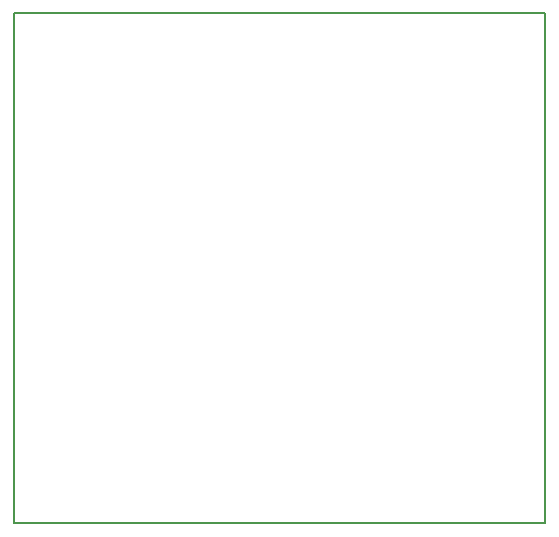
<source format=gm1>
G04 #@! TF.FileFunction,Profile,NP*
%FSLAX46Y46*%
G04 Gerber Fmt 4.6, Leading zero omitted, Abs format (unit mm)*
G04 Created by KiCad (PCBNEW 4.0.6+dfsg1-1) date Fri Mar  9 15:20:54 2018*
%MOMM*%
%LPD*%
G01*
G04 APERTURE LIST*
%ADD10C,0.100000*%
%ADD11C,0.150000*%
G04 APERTURE END LIST*
D10*
D11*
X224000000Y-82550000D02*
X224000000Y-39370000D01*
X179070000Y-82550000D02*
X224000000Y-82550000D01*
X179070000Y-39370000D02*
X179070000Y-82550000D01*
X224000000Y-39370000D02*
X179070000Y-39370000D01*
M02*

</source>
